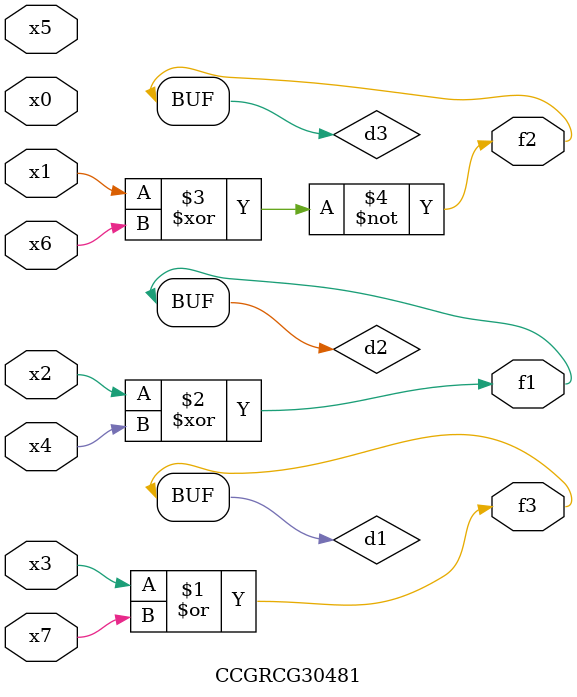
<source format=v>
module CCGRCG30481(
	input x0, x1, x2, x3, x4, x5, x6, x7,
	output f1, f2, f3
);

	wire d1, d2, d3;

	or (d1, x3, x7);
	xor (d2, x2, x4);
	xnor (d3, x1, x6);
	assign f1 = d2;
	assign f2 = d3;
	assign f3 = d1;
endmodule

</source>
